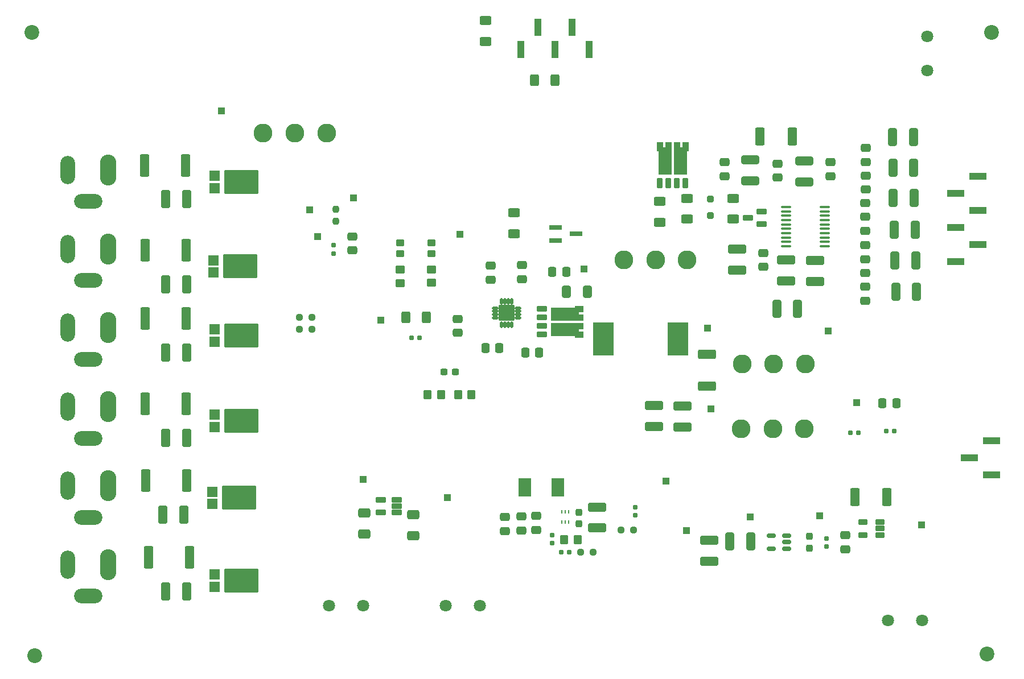
<source format=gbr>
%TF.GenerationSoftware,KiCad,Pcbnew,7.0.6-0*%
%TF.CreationDate,2024-04-24T17:51:10-03:00*%
%TF.ProjectId,Buoy,42756f79-2e6b-4696-9361-645f70636258,rev?*%
%TF.SameCoordinates,Original*%
%TF.FileFunction,Soldermask,Top*%
%TF.FilePolarity,Negative*%
%FSLAX46Y46*%
G04 Gerber Fmt 4.6, Leading zero omitted, Abs format (unit mm)*
G04 Created by KiCad (PCBNEW 7.0.6-0) date 2024-04-24 17:51:10*
%MOMM*%
%LPD*%
G01*
G04 APERTURE LIST*
G04 Aperture macros list*
%AMRoundRect*
0 Rectangle with rounded corners*
0 $1 Rounding radius*
0 $2 $3 $4 $5 $6 $7 $8 $9 X,Y pos of 4 corners*
0 Add a 4 corners polygon primitive as box body*
4,1,4,$2,$3,$4,$5,$6,$7,$8,$9,$2,$3,0*
0 Add four circle primitives for the rounded corners*
1,1,$1+$1,$2,$3*
1,1,$1+$1,$4,$5*
1,1,$1+$1,$6,$7*
1,1,$1+$1,$8,$9*
0 Add four rect primitives between the rounded corners*
20,1,$1+$1,$2,$3,$4,$5,0*
20,1,$1+$1,$4,$5,$6,$7,0*
20,1,$1+$1,$6,$7,$8,$9,0*
20,1,$1+$1,$8,$9,$2,$3,0*%
G04 Aperture macros list end*
%ADD10C,0.010000*%
%ADD11RoundRect,0.250000X0.400000X1.075000X-0.400000X1.075000X-0.400000X-1.075000X0.400000X-1.075000X0*%
%ADD12RoundRect,0.250000X-0.412500X-1.100000X0.412500X-1.100000X0.412500X1.100000X-0.412500X1.100000X0*%
%ADD13R,1.000000X1.000000*%
%ADD14R,2.510000X1.000000*%
%ADD15RoundRect,0.102000X-0.465000X0.405000X-0.465000X-0.405000X0.465000X-0.405000X0.465000X0.405000X0*%
%ADD16RoundRect,0.237500X0.250000X0.237500X-0.250000X0.237500X-0.250000X-0.237500X0.250000X-0.237500X0*%
%ADD17C,2.200000*%
%ADD18RoundRect,0.250000X0.625000X-0.400000X0.625000X0.400000X-0.625000X0.400000X-0.625000X-0.400000X0*%
%ADD19RoundRect,0.237500X-0.237500X0.300000X-0.237500X-0.300000X0.237500X-0.300000X0.237500X0.300000X0*%
%ADD20RoundRect,0.250000X-0.650000X0.412500X-0.650000X-0.412500X0.650000X-0.412500X0.650000X0.412500X0*%
%ADD21RoundRect,0.250000X-0.450000X0.350000X-0.450000X-0.350000X0.450000X-0.350000X0.450000X0.350000X0*%
%ADD22C,2.804000*%
%ADD23RoundRect,0.250000X-0.475000X0.337500X-0.475000X-0.337500X0.475000X-0.337500X0.475000X0.337500X0*%
%ADD24RoundRect,0.250000X-1.100000X0.412500X-1.100000X-0.412500X1.100000X-0.412500X1.100000X0.412500X0*%
%ADD25RoundRect,0.190500X0.516500X0.206500X-0.516500X0.206500X-0.516500X-0.206500X0.516500X-0.206500X0*%
%ADD26RoundRect,0.160000X-0.160000X0.197500X-0.160000X-0.197500X0.160000X-0.197500X0.160000X0.197500X0*%
%ADD27RoundRect,0.102000X-0.700000X-0.695000X0.700000X-0.695000X0.700000X0.695000X-0.700000X0.695000X0*%
%ADD28RoundRect,0.102000X-2.430000X-1.680000X2.430000X-1.680000X2.430000X1.680000X-2.430000X1.680000X0*%
%ADD29RoundRect,0.250000X0.475000X-0.337500X0.475000X0.337500X-0.475000X0.337500X-0.475000X-0.337500X0*%
%ADD30RoundRect,0.250000X-0.625000X0.400000X-0.625000X-0.400000X0.625000X-0.400000X0.625000X0.400000X0*%
%ADD31RoundRect,0.249999X-0.450001X-1.425001X0.450001X-1.425001X0.450001X1.425001X-0.450001X1.425001X0*%
%ADD32RoundRect,0.250000X-0.400000X-1.075000X0.400000X-1.075000X0.400000X1.075000X-0.400000X1.075000X0*%
%ADD33RoundRect,0.102000X0.660400X0.279400X-0.660400X0.279400X-0.660400X-0.279400X0.660400X-0.279400X0*%
%ADD34RoundRect,0.102000X0.305000X-0.635000X0.305000X0.635000X-0.305000X0.635000X-0.305000X-0.635000X0*%
%ADD35RoundRect,0.162000X0.615000X-0.240000X0.615000X0.240000X-0.615000X0.240000X-0.615000X-0.240000X0*%
%ADD36RoundRect,0.150000X0.512500X0.150000X-0.512500X0.150000X-0.512500X-0.150000X0.512500X-0.150000X0*%
%ADD37RoundRect,0.160000X-0.197500X-0.160000X0.197500X-0.160000X0.197500X0.160000X-0.197500X0.160000X0*%
%ADD38RoundRect,0.250000X-0.400000X-0.625000X0.400000X-0.625000X0.400000X0.625000X-0.400000X0.625000X0*%
%ADD39C,1.803400*%
%ADD40RoundRect,0.237500X-0.237500X0.250000X-0.237500X-0.250000X0.237500X-0.250000X0.237500X0.250000X0*%
%ADD41RoundRect,0.249999X-1.075001X0.450001X-1.075001X-0.450001X1.075001X-0.450001X1.075001X0.450001X0*%
%ADD42RoundRect,0.100000X-0.637500X-0.100000X0.637500X-0.100000X0.637500X0.100000X-0.637500X0.100000X0*%
%ADD43RoundRect,0.250000X-0.250000X0.250000X-0.250000X-0.250000X0.250000X-0.250000X0.250000X0.250000X0*%
%ADD44O,2.404000X4.604000*%
%ADD45O,2.204000X4.204000*%
%ADD46O,4.204000X2.204000*%
%ADD47RoundRect,0.249999X0.450001X1.075001X-0.450001X1.075001X-0.450001X-1.075001X0.450001X-1.075001X0*%
%ADD48RoundRect,0.250000X-0.350000X-0.450000X0.350000X-0.450000X0.350000X0.450000X-0.350000X0.450000X0*%
%ADD49RoundRect,0.250000X0.350000X0.450000X-0.350000X0.450000X-0.350000X-0.450000X0.350000X-0.450000X0*%
%ADD50RoundRect,0.108900X-0.108100X0.368100X-0.108100X-0.368100X0.108100X-0.368100X0.108100X0.368100X0*%
%ADD51RoundRect,0.108900X-0.368100X-0.108100X0.368100X-0.108100X0.368100X0.108100X-0.368100X0.108100X0*%
%ADD52RoundRect,0.102000X-1.070000X1.070000X-1.070000X-1.070000X1.070000X-1.070000X1.070000X1.070000X0*%
%ADD53R,1.903000X2.790000*%
%ADD54RoundRect,0.237500X0.300000X0.237500X-0.300000X0.237500X-0.300000X-0.237500X0.300000X-0.237500X0*%
%ADD55RoundRect,0.250000X0.337500X0.475000X-0.337500X0.475000X-0.337500X-0.475000X0.337500X-0.475000X0*%
%ADD56R,1.000000X2.510000*%
%ADD57RoundRect,0.250000X1.075000X-0.400000X1.075000X0.400000X-1.075000X0.400000X-1.075000X-0.400000X0*%
%ADD58RoundRect,0.102000X-0.635000X-0.305000X0.635000X-0.305000X0.635000X0.305000X-0.635000X0.305000X0*%
%ADD59R,3.100000X5.000000*%
%ADD60RoundRect,0.155000X-0.212500X-0.155000X0.212500X-0.155000X0.212500X0.155000X-0.212500X0.155000X0*%
%ADD61RoundRect,0.237500X-0.250000X-0.237500X0.250000X-0.237500X0.250000X0.237500X-0.250000X0.237500X0*%
%ADD62RoundRect,0.250000X-0.337500X-0.475000X0.337500X-0.475000X0.337500X0.475000X-0.337500X0.475000X0*%
%ADD63R,1.900000X0.800000*%
%ADD64R,0.279400X0.606400*%
%ADD65RoundRect,0.250000X0.412500X0.650000X-0.412500X0.650000X-0.412500X-0.650000X0.412500X-0.650000X0*%
G04 APERTURE END LIST*
%TO.C,Q1*%
D10*
X173580000Y-60910000D02*
X174040000Y-60910000D01*
X174040000Y-60205000D01*
X174850000Y-60205000D01*
X174850000Y-61010000D01*
X174875000Y-61010000D01*
X174875000Y-64925000D01*
X173025000Y-64925000D01*
X173025000Y-61425000D01*
X172770000Y-61425000D01*
X172770000Y-60205000D01*
X173580000Y-60205000D01*
X173580000Y-60910000D01*
G36*
X173580000Y-60910000D02*
G01*
X174040000Y-60910000D01*
X174040000Y-60205000D01*
X174850000Y-60205000D01*
X174850000Y-61010000D01*
X174875000Y-61010000D01*
X174875000Y-64925000D01*
X173025000Y-64925000D01*
X173025000Y-61425000D01*
X172770000Y-61425000D01*
X172770000Y-60205000D01*
X173580000Y-60205000D01*
X173580000Y-60910000D01*
G37*
X176120000Y-60910000D02*
X176580000Y-60910000D01*
X176580000Y-60205000D01*
X177390000Y-60205000D01*
X177390000Y-61425000D01*
X177135000Y-61425000D01*
X177135000Y-64925000D01*
X175285000Y-64925000D01*
X175285000Y-61010000D01*
X175310000Y-61010000D01*
X175310000Y-60205000D01*
X176120000Y-60205000D01*
X176120000Y-60910000D01*
G36*
X176120000Y-60910000D02*
G01*
X176580000Y-60910000D01*
X176580000Y-60205000D01*
X177390000Y-60205000D01*
X177390000Y-61425000D01*
X177135000Y-61425000D01*
X177135000Y-64925000D01*
X175285000Y-64925000D01*
X175285000Y-61010000D01*
X175310000Y-61010000D01*
X175310000Y-60205000D01*
X176120000Y-60205000D01*
X176120000Y-60910000D01*
G37*
%TO.C,Q4*%
X161755000Y-85387500D02*
X161050000Y-85387500D01*
X161050000Y-85847500D01*
X161755000Y-85847500D01*
X161755000Y-86657500D01*
X160950000Y-86657500D01*
X160950000Y-86682500D01*
X157035000Y-86682500D01*
X157035000Y-84832500D01*
X160535000Y-84832500D01*
X160535000Y-84577500D01*
X161755000Y-84577500D01*
X161755000Y-85387500D01*
G36*
X161755000Y-85387500D02*
G01*
X161050000Y-85387500D01*
X161050000Y-85847500D01*
X161755000Y-85847500D01*
X161755000Y-86657500D01*
X160950000Y-86657500D01*
X160950000Y-86682500D01*
X157035000Y-86682500D01*
X157035000Y-84832500D01*
X160535000Y-84832500D01*
X160535000Y-84577500D01*
X161755000Y-84577500D01*
X161755000Y-85387500D01*
G37*
X160950000Y-87117500D02*
X161755000Y-87117500D01*
X161755000Y-87927500D01*
X161050000Y-87927500D01*
X161050000Y-88387500D01*
X161755000Y-88387500D01*
X161755000Y-89197500D01*
X160535000Y-89197500D01*
X160535000Y-88942500D01*
X157035000Y-88942500D01*
X157035000Y-87092500D01*
X160950000Y-87092500D01*
X160950000Y-87117500D01*
G36*
X160950000Y-87117500D02*
G01*
X161755000Y-87117500D01*
X161755000Y-87927500D01*
X161050000Y-87927500D01*
X161050000Y-88387500D01*
X161755000Y-88387500D01*
X161755000Y-89197500D01*
X160535000Y-89197500D01*
X160535000Y-88942500D01*
X157035000Y-88942500D01*
X157035000Y-87092500D01*
X160950000Y-87092500D01*
X160950000Y-87117500D01*
G37*
%TD*%
D11*
%TO.C,R18*%
X186729264Y-119590000D03*
X183629264Y-119590000D03*
%TD*%
D12*
%TO.C,CBJ3*%
X99704250Y-91483500D03*
X102829250Y-91483500D03*
%TD*%
D13*
%TO.C,TP10*%
X131695000Y-86677500D03*
%TD*%
D12*
%TO.C,CBJ1*%
X99704250Y-68623500D03*
X102829250Y-68623500D03*
%TD*%
D14*
%TO.C,J13*%
X220500000Y-65220000D03*
X217190000Y-67760000D03*
X220500000Y-70300000D03*
X217190000Y-72840000D03*
X220500000Y-75380000D03*
X217190000Y-77920000D03*
%TD*%
D12*
%TO.C,CBJ4*%
X99704250Y-104183500D03*
X102829250Y-104183500D03*
%TD*%
D15*
%TO.C,D2*%
X139205000Y-76767500D03*
X139205000Y-75147500D03*
%TD*%
D16*
%TO.C,R7*%
X121421750Y-86263500D03*
X119596750Y-86263500D03*
%TD*%
D17*
%TO.C,*%
X80230000Y-136590000D03*
%TD*%
D13*
%TO.C,TP17*%
X198230000Y-88300000D03*
%TD*%
D18*
%TO.C,R30*%
X173230000Y-72080000D03*
X173230000Y-68980000D03*
%TD*%
D19*
%TO.C,C9*%
X195420000Y-118857500D03*
X195420000Y-120582500D03*
%TD*%
D20*
%TO.C,C20*%
X129218000Y-115407500D03*
X129218000Y-118532500D03*
%TD*%
D13*
%TO.C,TP8*%
X186689264Y-115957500D03*
%TD*%
D21*
%TO.C,R4*%
X139275000Y-79107500D03*
X139275000Y-81107500D03*
%TD*%
D22*
%TO.C,SW4*%
X185440000Y-93180000D03*
X190140000Y-93180000D03*
X194840000Y-93180000D03*
%TD*%
D23*
%TO.C,C32*%
X198607500Y-63157500D03*
X198607500Y-65232500D03*
%TD*%
D24*
%TO.C,C11*%
X180579264Y-119455000D03*
X180579264Y-122580000D03*
%TD*%
D19*
%TO.C,C12*%
X161200000Y-115277500D03*
X161200000Y-117002500D03*
%TD*%
D25*
%TO.C,U3*%
X205922500Y-118652500D03*
X205922500Y-117702500D03*
X205922500Y-116752500D03*
X203412500Y-116752500D03*
X203412500Y-118652500D03*
%TD*%
D26*
%TO.C,R9*%
X124667500Y-75532500D03*
X124667500Y-76727500D03*
%TD*%
D23*
%TO.C,C4*%
X127460000Y-74212500D03*
X127460000Y-76287500D03*
%TD*%
D17*
%TO.C,*%
X222520000Y-43800000D03*
%TD*%
D22*
%TO.C,SW2*%
X177277500Y-77732500D03*
X172577500Y-77732500D03*
X167877500Y-77732500D03*
%TD*%
D27*
%TO.C,D4*%
X106808250Y-77743500D03*
X106808250Y-79583500D03*
D28*
X110790250Y-78663500D03*
%TD*%
D29*
%TO.C,C24*%
X203790000Y-71297500D03*
X203790000Y-69222500D03*
%TD*%
D14*
%TO.C,J9*%
X222520000Y-104660000D03*
X219210000Y-107200000D03*
X222520000Y-109740000D03*
%TD*%
D30*
%TO.C,R11*%
X151480000Y-70690000D03*
X151480000Y-73790000D03*
%TD*%
D31*
%TO.C,RBJ5*%
X96767750Y-110583500D03*
X102867750Y-110583500D03*
%TD*%
D29*
%TO.C,C21*%
X203720000Y-83767500D03*
X203720000Y-81692500D03*
%TD*%
D32*
%TO.C,R23*%
X208290000Y-82450000D03*
X211390000Y-82450000D03*
%TD*%
D13*
%TO.C,TP14*%
X127600000Y-68460000D03*
%TD*%
D33*
%TO.C,Q2*%
X188343500Y-72390200D03*
X188343500Y-70459800D03*
X186311500Y-71425000D03*
%TD*%
D34*
%TO.C,Q1*%
X173175000Y-66280000D03*
X174445000Y-66280000D03*
X175715000Y-66280000D03*
X176985000Y-66280000D03*
%TD*%
D32*
%TO.C,R28*%
X207840000Y-59390000D03*
X210940000Y-59390000D03*
%TD*%
D13*
%TO.C,TP2*%
X141620000Y-113130000D03*
%TD*%
%TO.C,TP4*%
X212161000Y-117180000D03*
%TD*%
D27*
%TO.C,D9*%
X107008250Y-124503500D03*
X107008250Y-126343500D03*
D28*
X110990250Y-125423500D03*
%TD*%
D18*
%TO.C,R32*%
X184097500Y-71635000D03*
X184097500Y-68535000D03*
%TD*%
D35*
%TO.C,U6*%
X134048000Y-115290000D03*
X134048000Y-114340000D03*
X134048000Y-113390000D03*
X131678000Y-113390000D03*
X131678000Y-115290000D03*
%TD*%
D12*
%TO.C,CBJ2*%
X99704250Y-81323500D03*
X102829250Y-81323500D03*
%TD*%
D36*
%TO.C,U1*%
X192049264Y-120680000D03*
X192049264Y-119730000D03*
X192049264Y-118780000D03*
X189774264Y-118780000D03*
X189774264Y-120680000D03*
%TD*%
D15*
%TO.C,D3*%
X134575000Y-76767500D03*
X134575000Y-75147500D03*
%TD*%
D23*
%TO.C,C36*%
X152590000Y-115882500D03*
X152590000Y-117957500D03*
%TD*%
D37*
%TO.C,R10*%
X206860000Y-103148750D03*
X208055000Y-103148750D03*
%TD*%
D29*
%TO.C,C26*%
X203830000Y-63097500D03*
X203830000Y-61022500D03*
%TD*%
D27*
%TO.C,D7*%
X107008250Y-100723500D03*
X107008250Y-102563500D03*
D28*
X110990250Y-101643500D03*
%TD*%
D38*
%TO.C,R20*%
X154530000Y-50960000D03*
X157630000Y-50960000D03*
%TD*%
D39*
%TO.C,J7*%
X124003400Y-129185000D03*
X129083400Y-129185000D03*
%TD*%
D40*
%TO.C,R8*%
X124982500Y-70137500D03*
X124982500Y-71962500D03*
%TD*%
D41*
%TO.C,R6_SR1*%
X180250000Y-91720000D03*
X180250000Y-96520000D03*
%TD*%
D42*
%TO.C,U4*%
X192002500Y-69825000D03*
X192002500Y-70475000D03*
X192002500Y-71125000D03*
X192002500Y-71775000D03*
X192002500Y-72425000D03*
X192002500Y-73075000D03*
X192002500Y-73725000D03*
X192002500Y-74375000D03*
X192002500Y-75025000D03*
X192002500Y-75675000D03*
X197727500Y-75675000D03*
X197727500Y-75025000D03*
X197727500Y-74375000D03*
X197727500Y-73725000D03*
X197727500Y-73075000D03*
X197727500Y-72425000D03*
X197727500Y-71775000D03*
X197727500Y-71125000D03*
X197727500Y-70475000D03*
X197727500Y-69825000D03*
%TD*%
D13*
%TO.C,TP13*%
X161910000Y-79020000D03*
%TD*%
%TO.C,TP16*%
X180780000Y-99880000D03*
%TD*%
D43*
%TO.C,D10*%
X180727500Y-68605000D03*
X180727500Y-71105000D03*
%TD*%
D13*
%TO.C,TP3*%
X202490000Y-98938750D03*
%TD*%
D30*
%TO.C,R31*%
X177257500Y-68535000D03*
X177257500Y-71635000D03*
%TD*%
D13*
%TO.C,TP20*%
X122340000Y-74250000D03*
%TD*%
D44*
%TO.C,J5*%
X91161750Y-111313500D03*
D45*
X85161750Y-111313500D03*
D46*
X88161750Y-116013500D03*
%TD*%
D37*
%TO.C,R37*%
X136265000Y-89260000D03*
X137460000Y-89260000D03*
%TD*%
D32*
%TO.C,R24*%
X208190000Y-77780000D03*
X211290000Y-77780000D03*
%TD*%
D47*
%TO.C,R29*%
X192907500Y-59335000D03*
X188107500Y-59335000D03*
%TD*%
D20*
%TO.C,C19*%
X136518000Y-115597500D03*
X136518000Y-118722500D03*
%TD*%
D32*
%TO.C,R26*%
X207940000Y-68490000D03*
X211040000Y-68490000D03*
%TD*%
D13*
%TO.C,TP1*%
X129070000Y-110420000D03*
%TD*%
D47*
%TO.C,R12*%
X206990000Y-113042500D03*
X202190000Y-113042500D03*
%TD*%
D23*
%TO.C,C2*%
X200750000Y-118685000D03*
X200750000Y-120760000D03*
%TD*%
D12*
%TO.C,CBJ6*%
X99704250Y-127043500D03*
X102829250Y-127043500D03*
%TD*%
D32*
%TO.C,R27*%
X207890000Y-63960000D03*
X210990000Y-63960000D03*
%TD*%
D26*
%TO.C,R21*%
X157220000Y-118672500D03*
X157220000Y-119867500D03*
%TD*%
D48*
%TO.C,R22*%
X158970000Y-119340000D03*
X160970000Y-119340000D03*
%TD*%
D44*
%TO.C,J2*%
X91161750Y-76063500D03*
D45*
X85161750Y-76063500D03*
D46*
X88161750Y-80763500D03*
%TD*%
D13*
%TO.C,TP15*%
X180340000Y-87820000D03*
%TD*%
D27*
%TO.C,D5*%
X107008250Y-88023500D03*
X107008250Y-89863500D03*
D28*
X110990250Y-88943500D03*
%TD*%
D26*
%TO.C,R16*%
X169540000Y-114490000D03*
X169540000Y-115685000D03*
%TD*%
D49*
%TO.C,R15*%
X140671250Y-97751250D03*
X138671250Y-97751250D03*
%TD*%
D13*
%TO.C,TP19*%
X121130000Y-70210000D03*
%TD*%
D50*
%TO.C,U2*%
X151155000Y-83882500D03*
X150655000Y-83882500D03*
X150155000Y-83882500D03*
X149655000Y-83882500D03*
D51*
X148680000Y-84857500D03*
X148680000Y-85357500D03*
X148680000Y-85857500D03*
X148680000Y-86357500D03*
D50*
X149655000Y-87332500D03*
X150155000Y-87332500D03*
X150655000Y-87332500D03*
X151155000Y-87332500D03*
D51*
X152130000Y-86357500D03*
X152130000Y-85857500D03*
X152130000Y-85357500D03*
X152130000Y-84857500D03*
D52*
X150405000Y-85607500D03*
%TD*%
D31*
%TO.C,RBJ2*%
X96654250Y-76243500D03*
X102754250Y-76243500D03*
%TD*%
D17*
%TO.C,*%
X221850000Y-136390000D03*
%TD*%
D53*
%TO.C,L2*%
X158010000Y-111560000D03*
X153157000Y-111560000D03*
%TD*%
D49*
%TO.C,R13*%
X145198750Y-97740000D03*
X143198750Y-97740000D03*
%TD*%
D13*
%TO.C,TP7*%
X177139264Y-117987500D03*
%TD*%
D44*
%TO.C,J1*%
X91161750Y-64313500D03*
D45*
X85161750Y-64313500D03*
D46*
X88161750Y-69013500D03*
%TD*%
D22*
%TO.C,SW3*%
X185330000Y-102860000D03*
X190030000Y-102860000D03*
X194730000Y-102860000D03*
%TD*%
D54*
%TO.C,C15*%
X142815000Y-94410000D03*
X141090000Y-94410000D03*
%TD*%
D55*
%TO.C,C14*%
X149347500Y-90860000D03*
X147272500Y-90860000D03*
%TD*%
D56*
%TO.C,J10*%
X162690000Y-46390000D03*
X160150000Y-43080000D03*
X157610000Y-46390000D03*
X155070000Y-43080000D03*
X152530000Y-46390000D03*
%TD*%
D24*
%TO.C,C29*%
X192027500Y-77732500D03*
X192027500Y-80857500D03*
%TD*%
D57*
%TO.C,R34*%
X194667500Y-66065000D03*
X194667500Y-62965000D03*
%TD*%
D29*
%TO.C,C31*%
X182837500Y-65242500D03*
X182837500Y-63167500D03*
%TD*%
D32*
%TO.C,R33*%
X190610000Y-85000000D03*
X193710000Y-85000000D03*
%TD*%
D24*
%TO.C,C17*%
X163860000Y-114487500D03*
X163860000Y-117612500D03*
%TD*%
D44*
%TO.C,J3*%
X91161750Y-87813500D03*
D45*
X85161750Y-87813500D03*
D46*
X88161750Y-92513500D03*
%TD*%
D58*
%TO.C,Q4*%
X155680000Y-84982500D03*
X155680000Y-86252500D03*
X155680000Y-87522500D03*
X155680000Y-88792500D03*
%TD*%
D13*
%TO.C,TP11*%
X143445000Y-73868750D03*
%TD*%
D39*
%TO.C,J14*%
X212955000Y-49516600D03*
X212955000Y-44436600D03*
%TD*%
D59*
%TO.C,L1*%
X164800000Y-89450000D03*
X175900000Y-89450000D03*
%TD*%
D13*
%TO.C,TP9*%
X108021750Y-55473500D03*
%TD*%
D24*
%TO.C,C28*%
X196267500Y-77762500D03*
X196267500Y-80887500D03*
%TD*%
D60*
%TO.C,C18*%
X158555000Y-121180000D03*
X159690000Y-121180000D03*
%TD*%
D24*
%TO.C,C8*%
X176580000Y-99437500D03*
X176580000Y-102562500D03*
%TD*%
D31*
%TO.C,RBJ4*%
X96654250Y-99103500D03*
X102754250Y-99103500D03*
%TD*%
D23*
%TO.C,C34*%
X154810000Y-115832500D03*
X154810000Y-117907500D03*
%TD*%
D29*
%TO.C,C23*%
X203727500Y-75492500D03*
X203727500Y-73417500D03*
%TD*%
D13*
%TO.C,TP6*%
X196960000Y-115840000D03*
%TD*%
D24*
%TO.C,C7*%
X172305000Y-99396250D03*
X172305000Y-102521250D03*
%TD*%
D21*
%TO.C,R5*%
X134615000Y-79177500D03*
X134615000Y-81177500D03*
%TD*%
D24*
%TO.C,C27*%
X184700000Y-76087500D03*
X184700000Y-79212500D03*
%TD*%
D38*
%TO.C,R1*%
X135415000Y-86267500D03*
X138515000Y-86267500D03*
%TD*%
D27*
%TO.C,D1*%
X107008250Y-65163500D03*
X107008250Y-67003500D03*
D28*
X110990250Y-66083500D03*
%TD*%
D44*
%TO.C,J4*%
X91161750Y-99563500D03*
D45*
X85161750Y-99563500D03*
D46*
X88161750Y-104263500D03*
%TD*%
D44*
%TO.C,J6*%
X91161750Y-123063500D03*
D45*
X85161750Y-123063500D03*
D46*
X88161750Y-127763500D03*
%TD*%
D17*
%TO.C,*%
X79790000Y-43820000D03*
%TD*%
D18*
%TO.C,R19*%
X147300000Y-45180000D03*
X147300000Y-42080000D03*
%TD*%
D13*
%TO.C,TP5*%
X174140000Y-110673750D03*
%TD*%
D61*
%TO.C,R6*%
X119606750Y-88013500D03*
X121431750Y-88013500D03*
%TD*%
%TO.C,R36*%
X161430000Y-121190000D03*
X163255000Y-121190000D03*
%TD*%
D29*
%TO.C,C25*%
X203830000Y-67207500D03*
X203830000Y-65132500D03*
%TD*%
D39*
%TO.C,J8*%
X207153400Y-131365000D03*
X212233400Y-131365000D03*
%TD*%
D57*
%TO.C,R35*%
X186657500Y-65895000D03*
X186657500Y-62795000D03*
%TD*%
D16*
%TO.C,R17*%
X169292500Y-117880000D03*
X167467500Y-117880000D03*
%TD*%
D31*
%TO.C,RBJ3*%
X96654250Y-86403500D03*
X102754250Y-86403500D03*
%TD*%
D62*
%TO.C,C1*%
X206310000Y-99021250D03*
X208385000Y-99021250D03*
%TD*%
D63*
%TO.C,D6*%
X157730000Y-72880000D03*
X157730000Y-74780000D03*
X160730000Y-73830000D03*
%TD*%
D62*
%TO.C,C10*%
X153180000Y-91470000D03*
X155255000Y-91470000D03*
%TD*%
D29*
%TO.C,C22*%
X203720000Y-79665000D03*
X203720000Y-77590000D03*
%TD*%
D26*
%TO.C,R14*%
X197990000Y-119152500D03*
X197990000Y-120347500D03*
%TD*%
D31*
%TO.C,RBJ1*%
X96551750Y-63683500D03*
X102651750Y-63683500D03*
%TD*%
D29*
%TO.C,C6*%
X152660000Y-80557500D03*
X152660000Y-78482500D03*
%TD*%
D64*
%TO.C,U5*%
X159610252Y-115224600D03*
X159110126Y-115224600D03*
X158610000Y-115224600D03*
X158610000Y-116720000D03*
X159110126Y-116720000D03*
X159610252Y-116720000D03*
%TD*%
D29*
%TO.C,C30*%
X190677500Y-65452500D03*
X190677500Y-63377500D03*
%TD*%
D32*
%TO.C,R25*%
X208077500Y-73215000D03*
X211177500Y-73215000D03*
%TD*%
D12*
%TO.C,CBJ5*%
X99307750Y-115663500D03*
X102432750Y-115663500D03*
%TD*%
D22*
%TO.C,SW1*%
X114220000Y-58800000D03*
X118920000Y-58800000D03*
X123620000Y-58800000D03*
%TD*%
D29*
%TO.C,C3*%
X148050000Y-80627500D03*
X148050000Y-78552500D03*
%TD*%
D23*
%TO.C,C33*%
X188637500Y-76677500D03*
X188637500Y-78752500D03*
%TD*%
D31*
%TO.C,RBJ6*%
X97164250Y-121963500D03*
X103264250Y-121963500D03*
%TD*%
D23*
%TO.C,C16*%
X143105000Y-86490000D03*
X143105000Y-88565000D03*
%TD*%
D39*
%TO.C,J11*%
X141322693Y-129185707D03*
X146402693Y-129185707D03*
%TD*%
D23*
%TO.C,C35*%
X150180000Y-115982500D03*
X150180000Y-118057500D03*
%TD*%
D37*
%TO.C,R2*%
X201560000Y-103431250D03*
X202755000Y-103431250D03*
%TD*%
D62*
%TO.C,C5*%
X157217500Y-79468750D03*
X159292500Y-79468750D03*
%TD*%
D27*
%TO.C,D8*%
X106611750Y-112203500D03*
X106611750Y-114043500D03*
D28*
X110593750Y-113123500D03*
%TD*%
D65*
%TO.C,C13*%
X162467500Y-82398750D03*
X159342500Y-82398750D03*
%TD*%
M02*

</source>
